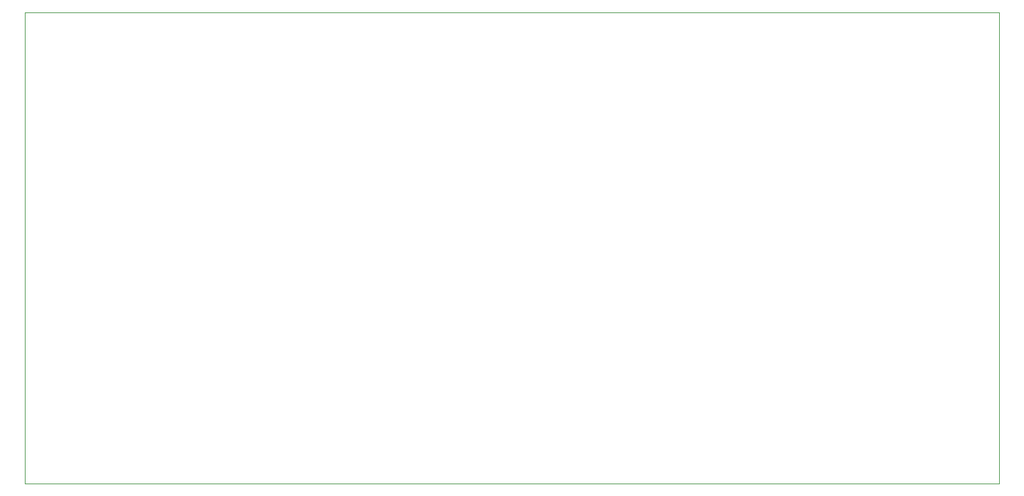
<source format=gbr>
%TF.GenerationSoftware,KiCad,Pcbnew,(6.0.9-0)*%
%TF.CreationDate,2024-08-25T20:50:42+02:00*%
%TF.ProjectId,preamp-test,70726561-6d70-42d7-9465-73742e6b6963,rev?*%
%TF.SameCoordinates,Original*%
%TF.FileFunction,Profile,NP*%
%FSLAX46Y46*%
G04 Gerber Fmt 4.6, Leading zero omitted, Abs format (unit mm)*
G04 Created by KiCad (PCBNEW (6.0.9-0)) date 2024-08-25 20:50:42*
%MOMM*%
%LPD*%
G01*
G04 APERTURE LIST*
%TA.AperFunction,Profile*%
%ADD10C,0.100000*%
%TD*%
G04 APERTURE END LIST*
D10*
X163000000Y-130000000D02*
X163000000Y-69000000D01*
X163000000Y-69000000D02*
X37000000Y-69000000D01*
X37000000Y-130000000D02*
X163000000Y-130000000D01*
X37000000Y-69000000D02*
X37000000Y-130000000D01*
M02*

</source>
